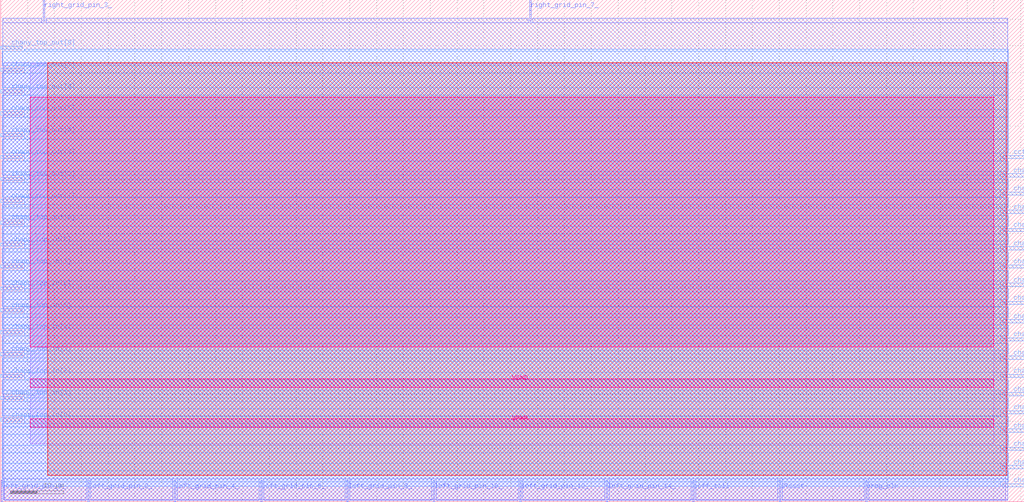
<source format=lef>
VERSION 5.7 ;
  NAMESCASESENSITIVE ON ;
  NOWIREEXTENSIONATPIN ON ;
  DIVIDERCHAR "/" ;
  BUSBITCHARS "[]" ;
UNITS
  DATABASE MICRONS 200 ;
END UNITS

MACRO cby_0__1_
  CLASS BLOCK ;
  FOREIGN cby_0__1_ ;
  ORIGIN 0.000 0.000 ;
  SIZE 190.620 BY 93.595 ;
  PIN chany_top_in[0]
    DIRECTION INPUT ;
    PORT
      LAYER met3 ;
        RECT 0.000 15.000 4.000 15.600 ;
    END
  END chany_top_in[0]
  PIN chany_top_in[1]
    DIRECTION INPUT ;
    PORT
      LAYER met3 ;
        RECT 0.000 19.080 4.000 19.680 ;
    END
  END chany_top_in[1]
  PIN chany_top_in[2]
    DIRECTION INPUT ;
    PORT
      LAYER met3 ;
        RECT 0.000 23.160 4.000 23.760 ;
    END
  END chany_top_in[2]
  PIN chany_top_in[3]
    DIRECTION INPUT ;
    PORT
      LAYER met3 ;
        RECT 0.000 27.240 4.000 27.840 ;
    END
  END chany_top_in[3]
  PIN chany_top_in[4]
    DIRECTION INPUT ;
    PORT
      LAYER met3 ;
        RECT 0.000 31.320 4.000 31.920 ;
    END
  END chany_top_in[4]
  PIN chany_top_in[5]
    DIRECTION INPUT ;
    PORT
      LAYER met3 ;
        RECT 0.000 35.400 4.000 36.000 ;
    END
  END chany_top_in[5]
  PIN chany_top_in[6]
    DIRECTION INPUT ;
    PORT
      LAYER met3 ;
        RECT 0.000 39.480 4.000 40.080 ;
    END
  END chany_top_in[6]
  PIN chany_top_in[7]
    DIRECTION INPUT ;
    PORT
      LAYER met3 ;
        RECT 0.000 43.560 4.000 44.160 ;
    END
  END chany_top_in[7]
  PIN chany_top_in[8]
    DIRECTION INPUT ;
    PORT
      LAYER met3 ;
        RECT 0.000 47.640 4.000 48.240 ;
    END
  END chany_top_in[8]
  PIN chany_top_out[0]
    DIRECTION OUTPUT TRISTATE ;
    PORT
      LAYER met3 ;
        RECT 0.000 51.720 4.000 52.320 ;
    END
  END chany_top_out[0]
  PIN chany_top_out[1]
    DIRECTION OUTPUT TRISTATE ;
    PORT
      LAYER met3 ;
        RECT 0.000 55.800 4.000 56.400 ;
    END
  END chany_top_out[1]
  PIN chany_top_out[2]
    DIRECTION OUTPUT TRISTATE ;
    PORT
      LAYER met3 ;
        RECT 0.000 59.880 4.000 60.480 ;
    END
  END chany_top_out[2]
  PIN chany_top_out[3]
    DIRECTION OUTPUT TRISTATE ;
    PORT
      LAYER met3 ;
        RECT 0.000 63.960 4.000 64.560 ;
    END
  END chany_top_out[3]
  PIN chany_top_out[4]
    DIRECTION OUTPUT TRISTATE ;
    PORT
      LAYER met3 ;
        RECT 0.000 68.040 4.000 68.640 ;
    END
  END chany_top_out[4]
  PIN chany_top_out[5]
    DIRECTION OUTPUT TRISTATE ;
    PORT
      LAYER met3 ;
        RECT 0.000 72.120 4.000 72.720 ;
    END
  END chany_top_out[5]
  PIN chany_top_out[6]
    DIRECTION OUTPUT TRISTATE ;
    PORT
      LAYER met3 ;
        RECT 0.000 76.200 4.000 76.800 ;
    END
  END chany_top_out[6]
  PIN chany_top_out[7]
    DIRECTION OUTPUT TRISTATE ;
    PORT
      LAYER met3 ;
        RECT 0.000 80.280 4.000 80.880 ;
    END
  END chany_top_out[7]
  PIN chany_top_out[8]
    DIRECTION OUTPUT TRISTATE ;
    PORT
      LAYER met3 ;
        RECT 0.000 84.360 4.000 84.960 ;
    END
  END chany_top_out[8]
  PIN right_grid_pin_3_
    DIRECTION OUTPUT TRISTATE ;
    PORT
      LAYER met2 ;
        RECT 7.910 89.595 8.190 93.595 ;
    END
  END right_grid_pin_3_
  PIN right_grid_pin_7_
    DIRECTION OUTPUT TRISTATE ;
    PORT
      LAYER met2 ;
        RECT 98.530 89.595 98.810 93.595 ;
    END
  END right_grid_pin_7_
  PIN chany_bottom_in[0]
    DIRECTION INPUT ;
    PORT
      LAYER met3 ;
        RECT 186.620 2.760 190.620 3.360 ;
    END
  END chany_bottom_in[0]
  PIN chany_bottom_in[1]
    DIRECTION INPUT ;
    PORT
      LAYER met3 ;
        RECT 186.620 6.160 190.620 6.760 ;
    END
  END chany_bottom_in[1]
  PIN chany_bottom_in[2]
    DIRECTION INPUT ;
    PORT
      LAYER met3 ;
        RECT 186.620 9.560 190.620 10.160 ;
    END
  END chany_bottom_in[2]
  PIN chany_bottom_in[3]
    DIRECTION INPUT ;
    PORT
      LAYER met3 ;
        RECT 186.620 12.960 190.620 13.560 ;
    END
  END chany_bottom_in[3]
  PIN chany_bottom_in[4]
    DIRECTION INPUT ;
    PORT
      LAYER met3 ;
        RECT 186.620 16.360 190.620 16.960 ;
    END
  END chany_bottom_in[4]
  PIN chany_bottom_in[5]
    DIRECTION INPUT ;
    PORT
      LAYER met3 ;
        RECT 186.620 19.760 190.620 20.360 ;
    END
  END chany_bottom_in[5]
  PIN chany_bottom_in[6]
    DIRECTION INPUT ;
    PORT
      LAYER met3 ;
        RECT 186.620 23.160 190.620 23.760 ;
    END
  END chany_bottom_in[6]
  PIN chany_bottom_in[7]
    DIRECTION INPUT ;
    PORT
      LAYER met3 ;
        RECT 186.620 26.560 190.620 27.160 ;
    END
  END chany_bottom_in[7]
  PIN chany_bottom_in[8]
    DIRECTION INPUT ;
    PORT
      LAYER met3 ;
        RECT 186.620 29.960 190.620 30.560 ;
    END
  END chany_bottom_in[8]
  PIN chany_bottom_out[0]
    DIRECTION OUTPUT TRISTATE ;
    PORT
      LAYER met3 ;
        RECT 186.620 33.360 190.620 33.960 ;
    END
  END chany_bottom_out[0]
  PIN chany_bottom_out[1]
    DIRECTION OUTPUT TRISTATE ;
    PORT
      LAYER met3 ;
        RECT 186.620 36.760 190.620 37.360 ;
    END
  END chany_bottom_out[1]
  PIN chany_bottom_out[2]
    DIRECTION OUTPUT TRISTATE ;
    PORT
      LAYER met3 ;
        RECT 186.620 40.160 190.620 40.760 ;
    END
  END chany_bottom_out[2]
  PIN chany_bottom_out[3]
    DIRECTION OUTPUT TRISTATE ;
    PORT
      LAYER met3 ;
        RECT 186.620 43.560 190.620 44.160 ;
    END
  END chany_bottom_out[3]
  PIN chany_bottom_out[4]
    DIRECTION OUTPUT TRISTATE ;
    PORT
      LAYER met3 ;
        RECT 186.620 46.960 190.620 47.560 ;
    END
  END chany_bottom_out[4]
  PIN chany_bottom_out[5]
    DIRECTION OUTPUT TRISTATE ;
    PORT
      LAYER met3 ;
        RECT 186.620 50.360 190.620 50.960 ;
    END
  END chany_bottom_out[5]
  PIN chany_bottom_out[6]
    DIRECTION OUTPUT TRISTATE ;
    PORT
      LAYER met3 ;
        RECT 186.620 53.760 190.620 54.360 ;
    END
  END chany_bottom_out[6]
  PIN chany_bottom_out[7]
    DIRECTION OUTPUT TRISTATE ;
    PORT
      LAYER met3 ;
        RECT 186.620 57.160 190.620 57.760 ;
    END
  END chany_bottom_out[7]
  PIN chany_bottom_out[8]
    DIRECTION OUTPUT TRISTATE ;
    PORT
      LAYER met3 ;
        RECT 186.620 60.560 190.620 61.160 ;
    END
  END chany_bottom_out[8]
  PIN ccff_head
    DIRECTION INPUT ;
    PORT
      LAYER met3 ;
        RECT 186.620 63.960 190.620 64.560 ;
    END
  END ccff_head
  PIN left_grid_pin_0_
    DIRECTION OUTPUT TRISTATE ;
    PORT
      LAYER met2 ;
        RECT 0.090 0.000 0.370 4.000 ;
    END
  END left_grid_pin_0_
  PIN left_grid_pin_2_
    DIRECTION OUTPUT TRISTATE ;
    PORT
      LAYER met2 ;
        RECT 16.190 0.000 16.470 4.000 ;
    END
  END left_grid_pin_2_
  PIN left_grid_pin_4_
    DIRECTION OUTPUT TRISTATE ;
    PORT
      LAYER met2 ;
        RECT 32.290 0.000 32.570 4.000 ;
    END
  END left_grid_pin_4_
  PIN left_grid_pin_6_
    DIRECTION OUTPUT TRISTATE ;
    PORT
      LAYER met2 ;
        RECT 48.390 0.000 48.670 4.000 ;
    END
  END left_grid_pin_6_
  PIN left_grid_pin_8_
    DIRECTION OUTPUT TRISTATE ;
    PORT
      LAYER met2 ;
        RECT 64.490 0.000 64.770 4.000 ;
    END
  END left_grid_pin_8_
  PIN left_grid_pin_10_
    DIRECTION OUTPUT TRISTATE ;
    PORT
      LAYER met2 ;
        RECT 80.590 0.000 80.870 4.000 ;
    END
  END left_grid_pin_10_
  PIN left_grid_pin_12_
    DIRECTION OUTPUT TRISTATE ;
    PORT
      LAYER met2 ;
        RECT 96.690 0.000 96.970 4.000 ;
    END
  END left_grid_pin_12_
  PIN left_grid_pin_14_
    DIRECTION OUTPUT TRISTATE ;
    PORT
      LAYER met2 ;
        RECT 112.790 0.000 113.070 4.000 ;
    END
  END left_grid_pin_14_
  PIN ccff_tail
    DIRECTION OUTPUT TRISTATE ;
    PORT
      LAYER met2 ;
        RECT 128.890 0.000 129.170 4.000 ;
    END
  END ccff_tail
  PIN pReset
    DIRECTION INPUT ;
    PORT
      LAYER met2 ;
        RECT 144.990 0.000 145.270 4.000 ;
    END
  END pReset
  PIN prog_clk
    DIRECTION INPUT ;
    PORT
      LAYER met2 ;
        RECT 161.090 0.000 161.370 4.000 ;
    END
  END prog_clk
  PIN VPWR
    DIRECTION INPUT ;
    USE POWER ;
    PORT
      LAYER met5 ;
        RECT 5.520 13.840 184.920 15.440 ;
    END
  END VPWR
  PIN VGND
    DIRECTION INPUT ;
    USE GROUND ;
    PORT
      LAYER met5 ;
        RECT 5.520 21.340 184.920 22.940 ;
    END
  END VGND
  OBS
      LAYER li1 ;
        RECT 5.520 10.795 184.920 81.685 ;
      LAYER met1 ;
        RECT 0.530 0.380 187.150 81.840 ;
      LAYER met2 ;
        RECT 0.370 89.315 7.630 90.170 ;
        RECT 8.470 89.315 98.250 90.170 ;
        RECT 99.090 89.315 187.590 90.170 ;
        RECT 0.370 4.280 187.590 89.315 ;
        RECT 0.650 0.270 15.910 4.280 ;
        RECT 16.750 0.270 32.010 4.280 ;
        RECT 32.850 0.270 48.110 4.280 ;
        RECT 48.950 0.270 64.210 4.280 ;
        RECT 65.050 0.270 80.310 4.280 ;
        RECT 81.150 0.270 96.410 4.280 ;
        RECT 97.250 0.270 112.510 4.280 ;
        RECT 113.350 0.270 128.610 4.280 ;
        RECT 129.450 0.270 144.710 4.280 ;
        RECT 145.550 0.270 160.810 4.280 ;
        RECT 161.650 0.270 187.590 4.280 ;
      LAYER met3 ;
        RECT 4.400 83.960 187.615 84.360 ;
        RECT 0.310 81.280 187.615 83.960 ;
        RECT 4.400 79.880 187.615 81.280 ;
        RECT 0.310 77.200 187.615 79.880 ;
        RECT 4.400 75.800 187.615 77.200 ;
        RECT 0.310 73.120 187.615 75.800 ;
        RECT 4.400 71.720 187.615 73.120 ;
        RECT 0.310 69.040 187.615 71.720 ;
        RECT 4.400 67.640 187.615 69.040 ;
        RECT 0.310 64.960 187.615 67.640 ;
        RECT 4.400 63.560 186.220 64.960 ;
        RECT 0.310 61.560 187.615 63.560 ;
        RECT 0.310 60.880 186.220 61.560 ;
        RECT 4.400 60.160 186.220 60.880 ;
        RECT 4.400 59.480 187.615 60.160 ;
        RECT 0.310 58.160 187.615 59.480 ;
        RECT 0.310 56.800 186.220 58.160 ;
        RECT 4.400 56.760 186.220 56.800 ;
        RECT 4.400 55.400 187.615 56.760 ;
        RECT 0.310 54.760 187.615 55.400 ;
        RECT 0.310 53.360 186.220 54.760 ;
        RECT 0.310 52.720 187.615 53.360 ;
        RECT 4.400 51.360 187.615 52.720 ;
        RECT 4.400 51.320 186.220 51.360 ;
        RECT 0.310 49.960 186.220 51.320 ;
        RECT 0.310 48.640 187.615 49.960 ;
        RECT 4.400 47.960 187.615 48.640 ;
        RECT 4.400 47.240 186.220 47.960 ;
        RECT 0.310 46.560 186.220 47.240 ;
        RECT 0.310 44.560 187.615 46.560 ;
        RECT 4.400 43.160 186.220 44.560 ;
        RECT 0.310 41.160 187.615 43.160 ;
        RECT 0.310 40.480 186.220 41.160 ;
        RECT 4.400 39.760 186.220 40.480 ;
        RECT 4.400 39.080 187.615 39.760 ;
        RECT 0.310 37.760 187.615 39.080 ;
        RECT 0.310 36.400 186.220 37.760 ;
        RECT 4.400 36.360 186.220 36.400 ;
        RECT 4.400 35.000 187.615 36.360 ;
        RECT 0.310 34.360 187.615 35.000 ;
        RECT 0.310 32.960 186.220 34.360 ;
        RECT 0.310 32.320 187.615 32.960 ;
        RECT 4.400 30.960 187.615 32.320 ;
        RECT 4.400 30.920 186.220 30.960 ;
        RECT 0.310 29.560 186.220 30.920 ;
        RECT 0.310 28.240 187.615 29.560 ;
        RECT 4.400 27.560 187.615 28.240 ;
        RECT 4.400 26.840 186.220 27.560 ;
        RECT 0.310 26.160 186.220 26.840 ;
        RECT 0.310 24.160 187.615 26.160 ;
        RECT 4.400 22.760 186.220 24.160 ;
        RECT 0.310 20.760 187.615 22.760 ;
        RECT 0.310 20.080 186.220 20.760 ;
        RECT 4.400 19.360 186.220 20.080 ;
        RECT 4.400 18.680 187.615 19.360 ;
        RECT 0.310 17.360 187.615 18.680 ;
        RECT 0.310 16.000 186.220 17.360 ;
        RECT 4.400 15.960 186.220 16.000 ;
        RECT 4.400 14.600 187.615 15.960 ;
        RECT 0.310 13.960 187.615 14.600 ;
        RECT 0.310 12.560 186.220 13.960 ;
        RECT 0.310 10.560 187.615 12.560 ;
        RECT 0.310 9.160 186.220 10.560 ;
        RECT 0.310 7.160 187.615 9.160 ;
        RECT 0.310 5.760 186.220 7.160 ;
        RECT 0.310 3.760 187.615 5.760 ;
        RECT 0.310 2.910 186.220 3.760 ;
      LAYER met4 ;
        RECT 8.720 4.935 187.385 81.840 ;
      LAYER met5 ;
        RECT 5.520 28.840 184.920 75.440 ;
  END
END cby_0__1_
END LIBRARY


</source>
